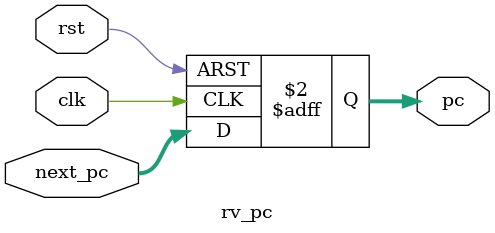
<source format=v>
module rv_pc(
	input clk,
	input rst,
	input [31:0] next_pc,
	output reg [31:0] pc
);
	always @(posedge clk or posedge rst) begin
		if (rst)
			pc <= 32'b0;
		else
			pc <= next_pc;
	end

endmodule

</source>
